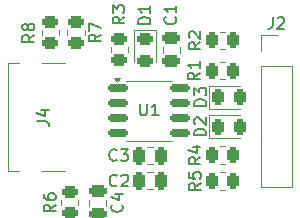
<source format=gto>
G04 #@! TF.GenerationSoftware,KiCad,Pcbnew,8.0.7*
G04 #@! TF.CreationDate,2025-01-24T00:56:05+09:00*
G04 #@! TF.ProjectId,ch340_silial_release,63683334-305f-4736-996c-69616c5f7265,rev?*
G04 #@! TF.SameCoordinates,Original*
G04 #@! TF.FileFunction,Legend,Top*
G04 #@! TF.FilePolarity,Positive*
%FSLAX46Y46*%
G04 Gerber Fmt 4.6, Leading zero omitted, Abs format (unit mm)*
G04 Created by KiCad (PCBNEW 8.0.7) date 2025-01-24 00:56:05*
%MOMM*%
%LPD*%
G01*
G04 APERTURE LIST*
G04 Aperture macros list*
%AMRoundRect*
0 Rectangle with rounded corners*
0 $1 Rounding radius*
0 $2 $3 $4 $5 $6 $7 $8 $9 X,Y pos of 4 corners*
0 Add a 4 corners polygon primitive as box body*
4,1,4,$2,$3,$4,$5,$6,$7,$8,$9,$2,$3,0*
0 Add four circle primitives for the rounded corners*
1,1,$1+$1,$2,$3*
1,1,$1+$1,$4,$5*
1,1,$1+$1,$6,$7*
1,1,$1+$1,$8,$9*
0 Add four rect primitives between the rounded corners*
20,1,$1+$1,$2,$3,$4,$5,0*
20,1,$1+$1,$4,$5,$6,$7,0*
20,1,$1+$1,$6,$7,$8,$9,0*
20,1,$1+$1,$8,$9,$2,$3,0*%
G04 Aperture macros list end*
%ADD10C,0.150000*%
%ADD11C,0.120000*%
%ADD12R,1.240000X0.600000*%
%ADD13R,1.240000X0.300000*%
%ADD14O,2.100000X1.000000*%
%ADD15O,1.800000X1.000000*%
%ADD16R,1.700000X1.700000*%
%ADD17O,1.700000X1.700000*%
%ADD18RoundRect,0.250000X0.262500X0.450000X-0.262500X0.450000X-0.262500X-0.450000X0.262500X-0.450000X0*%
%ADD19RoundRect,0.250000X-0.450000X0.262500X-0.450000X-0.262500X0.450000X-0.262500X0.450000X0.262500X0*%
%ADD20RoundRect,0.250000X0.450000X-0.262500X0.450000X0.262500X-0.450000X0.262500X-0.450000X-0.262500X0*%
%ADD21RoundRect,0.150000X-0.675000X-0.150000X0.675000X-0.150000X0.675000X0.150000X-0.675000X0.150000X0*%
%ADD22RoundRect,0.243750X-0.456250X0.243750X-0.456250X-0.243750X0.456250X-0.243750X0.456250X0.243750X0*%
%ADD23RoundRect,0.250000X-0.475000X0.250000X-0.475000X-0.250000X0.475000X-0.250000X0.475000X0.250000X0*%
%ADD24RoundRect,0.250000X0.475000X-0.250000X0.475000X0.250000X-0.475000X0.250000X-0.475000X-0.250000X0*%
%ADD25RoundRect,0.250000X-0.250000X-0.475000X0.250000X-0.475000X0.250000X0.475000X-0.250000X0.475000X0*%
%ADD26RoundRect,0.243750X-0.243750X-0.456250X0.243750X-0.456250X0.243750X0.456250X-0.243750X0.456250X0*%
G04 APERTURE END LIST*
D10*
X104354819Y-60343333D02*
X105069104Y-60343333D01*
X105069104Y-60343333D02*
X105211961Y-60390952D01*
X105211961Y-60390952D02*
X105307200Y-60486190D01*
X105307200Y-60486190D02*
X105354819Y-60629047D01*
X105354819Y-60629047D02*
X105354819Y-60724285D01*
X104688152Y-59438571D02*
X105354819Y-59438571D01*
X104307200Y-59676666D02*
X105021485Y-59914761D01*
X105021485Y-59914761D02*
X105021485Y-59295714D01*
X124316666Y-51534819D02*
X124316666Y-52249104D01*
X124316666Y-52249104D02*
X124269047Y-52391961D01*
X124269047Y-52391961D02*
X124173809Y-52487200D01*
X124173809Y-52487200D02*
X124030952Y-52534819D01*
X124030952Y-52534819D02*
X123935714Y-52534819D01*
X124745238Y-51630057D02*
X124792857Y-51582438D01*
X124792857Y-51582438D02*
X124888095Y-51534819D01*
X124888095Y-51534819D02*
X125126190Y-51534819D01*
X125126190Y-51534819D02*
X125221428Y-51582438D01*
X125221428Y-51582438D02*
X125269047Y-51630057D01*
X125269047Y-51630057D02*
X125316666Y-51725295D01*
X125316666Y-51725295D02*
X125316666Y-51820533D01*
X125316666Y-51820533D02*
X125269047Y-51963390D01*
X125269047Y-51963390D02*
X124697619Y-52534819D01*
X124697619Y-52534819D02*
X125316666Y-52534819D01*
X118204819Y-63391666D02*
X117728628Y-63724999D01*
X118204819Y-63963094D02*
X117204819Y-63963094D01*
X117204819Y-63963094D02*
X117204819Y-63582142D01*
X117204819Y-63582142D02*
X117252438Y-63486904D01*
X117252438Y-63486904D02*
X117300057Y-63439285D01*
X117300057Y-63439285D02*
X117395295Y-63391666D01*
X117395295Y-63391666D02*
X117538152Y-63391666D01*
X117538152Y-63391666D02*
X117633390Y-63439285D01*
X117633390Y-63439285D02*
X117681009Y-63486904D01*
X117681009Y-63486904D02*
X117728628Y-63582142D01*
X117728628Y-63582142D02*
X117728628Y-63963094D01*
X117538152Y-62534523D02*
X118204819Y-62534523D01*
X117157200Y-62772618D02*
X117871485Y-63010713D01*
X117871485Y-63010713D02*
X117871485Y-62391666D01*
X111759819Y-51511666D02*
X111283628Y-51844999D01*
X111759819Y-52083094D02*
X110759819Y-52083094D01*
X110759819Y-52083094D02*
X110759819Y-51702142D01*
X110759819Y-51702142D02*
X110807438Y-51606904D01*
X110807438Y-51606904D02*
X110855057Y-51559285D01*
X110855057Y-51559285D02*
X110950295Y-51511666D01*
X110950295Y-51511666D02*
X111093152Y-51511666D01*
X111093152Y-51511666D02*
X111188390Y-51559285D01*
X111188390Y-51559285D02*
X111236009Y-51606904D01*
X111236009Y-51606904D02*
X111283628Y-51702142D01*
X111283628Y-51702142D02*
X111283628Y-52083094D01*
X110759819Y-51178332D02*
X110759819Y-50559285D01*
X110759819Y-50559285D02*
X111140771Y-50892618D01*
X111140771Y-50892618D02*
X111140771Y-50749761D01*
X111140771Y-50749761D02*
X111188390Y-50654523D01*
X111188390Y-50654523D02*
X111236009Y-50606904D01*
X111236009Y-50606904D02*
X111331247Y-50559285D01*
X111331247Y-50559285D02*
X111569342Y-50559285D01*
X111569342Y-50559285D02*
X111664580Y-50606904D01*
X111664580Y-50606904D02*
X111712200Y-50654523D01*
X111712200Y-50654523D02*
X111759819Y-50749761D01*
X111759819Y-50749761D02*
X111759819Y-51035475D01*
X111759819Y-51035475D02*
X111712200Y-51130713D01*
X111712200Y-51130713D02*
X111664580Y-51178332D01*
X104129819Y-53041666D02*
X103653628Y-53374999D01*
X104129819Y-53613094D02*
X103129819Y-53613094D01*
X103129819Y-53613094D02*
X103129819Y-53232142D01*
X103129819Y-53232142D02*
X103177438Y-53136904D01*
X103177438Y-53136904D02*
X103225057Y-53089285D01*
X103225057Y-53089285D02*
X103320295Y-53041666D01*
X103320295Y-53041666D02*
X103463152Y-53041666D01*
X103463152Y-53041666D02*
X103558390Y-53089285D01*
X103558390Y-53089285D02*
X103606009Y-53136904D01*
X103606009Y-53136904D02*
X103653628Y-53232142D01*
X103653628Y-53232142D02*
X103653628Y-53613094D01*
X103558390Y-52470237D02*
X103510771Y-52565475D01*
X103510771Y-52565475D02*
X103463152Y-52613094D01*
X103463152Y-52613094D02*
X103367914Y-52660713D01*
X103367914Y-52660713D02*
X103320295Y-52660713D01*
X103320295Y-52660713D02*
X103225057Y-52613094D01*
X103225057Y-52613094D02*
X103177438Y-52565475D01*
X103177438Y-52565475D02*
X103129819Y-52470237D01*
X103129819Y-52470237D02*
X103129819Y-52279761D01*
X103129819Y-52279761D02*
X103177438Y-52184523D01*
X103177438Y-52184523D02*
X103225057Y-52136904D01*
X103225057Y-52136904D02*
X103320295Y-52089285D01*
X103320295Y-52089285D02*
X103367914Y-52089285D01*
X103367914Y-52089285D02*
X103463152Y-52136904D01*
X103463152Y-52136904D02*
X103510771Y-52184523D01*
X103510771Y-52184523D02*
X103558390Y-52279761D01*
X103558390Y-52279761D02*
X103558390Y-52470237D01*
X103558390Y-52470237D02*
X103606009Y-52565475D01*
X103606009Y-52565475D02*
X103653628Y-52613094D01*
X103653628Y-52613094D02*
X103748866Y-52660713D01*
X103748866Y-52660713D02*
X103939342Y-52660713D01*
X103939342Y-52660713D02*
X104034580Y-52613094D01*
X104034580Y-52613094D02*
X104082200Y-52565475D01*
X104082200Y-52565475D02*
X104129819Y-52470237D01*
X104129819Y-52470237D02*
X104129819Y-52279761D01*
X104129819Y-52279761D02*
X104082200Y-52184523D01*
X104082200Y-52184523D02*
X104034580Y-52136904D01*
X104034580Y-52136904D02*
X103939342Y-52089285D01*
X103939342Y-52089285D02*
X103748866Y-52089285D01*
X103748866Y-52089285D02*
X103653628Y-52136904D01*
X103653628Y-52136904D02*
X103606009Y-52184523D01*
X103606009Y-52184523D02*
X103558390Y-52279761D01*
X105929819Y-67416666D02*
X105453628Y-67749999D01*
X105929819Y-67988094D02*
X104929819Y-67988094D01*
X104929819Y-67988094D02*
X104929819Y-67607142D01*
X104929819Y-67607142D02*
X104977438Y-67511904D01*
X104977438Y-67511904D02*
X105025057Y-67464285D01*
X105025057Y-67464285D02*
X105120295Y-67416666D01*
X105120295Y-67416666D02*
X105263152Y-67416666D01*
X105263152Y-67416666D02*
X105358390Y-67464285D01*
X105358390Y-67464285D02*
X105406009Y-67511904D01*
X105406009Y-67511904D02*
X105453628Y-67607142D01*
X105453628Y-67607142D02*
X105453628Y-67988094D01*
X104929819Y-66559523D02*
X104929819Y-66749999D01*
X104929819Y-66749999D02*
X104977438Y-66845237D01*
X104977438Y-66845237D02*
X105025057Y-66892856D01*
X105025057Y-66892856D02*
X105167914Y-66988094D01*
X105167914Y-66988094D02*
X105358390Y-67035713D01*
X105358390Y-67035713D02*
X105739342Y-67035713D01*
X105739342Y-67035713D02*
X105834580Y-66988094D01*
X105834580Y-66988094D02*
X105882200Y-66940475D01*
X105882200Y-66940475D02*
X105929819Y-66845237D01*
X105929819Y-66845237D02*
X105929819Y-66654761D01*
X105929819Y-66654761D02*
X105882200Y-66559523D01*
X105882200Y-66559523D02*
X105834580Y-66511904D01*
X105834580Y-66511904D02*
X105739342Y-66464285D01*
X105739342Y-66464285D02*
X105501247Y-66464285D01*
X105501247Y-66464285D02*
X105406009Y-66511904D01*
X105406009Y-66511904D02*
X105358390Y-66559523D01*
X105358390Y-66559523D02*
X105310771Y-66654761D01*
X105310771Y-66654761D02*
X105310771Y-66845237D01*
X105310771Y-66845237D02*
X105358390Y-66940475D01*
X105358390Y-66940475D02*
X105406009Y-66988094D01*
X105406009Y-66988094D02*
X105501247Y-67035713D01*
X113088095Y-58864819D02*
X113088095Y-59674342D01*
X113088095Y-59674342D02*
X113135714Y-59769580D01*
X113135714Y-59769580D02*
X113183333Y-59817200D01*
X113183333Y-59817200D02*
X113278571Y-59864819D01*
X113278571Y-59864819D02*
X113469047Y-59864819D01*
X113469047Y-59864819D02*
X113564285Y-59817200D01*
X113564285Y-59817200D02*
X113611904Y-59769580D01*
X113611904Y-59769580D02*
X113659523Y-59674342D01*
X113659523Y-59674342D02*
X113659523Y-58864819D01*
X114659523Y-59864819D02*
X114088095Y-59864819D01*
X114373809Y-59864819D02*
X114373809Y-58864819D01*
X114373809Y-58864819D02*
X114278571Y-59007676D01*
X114278571Y-59007676D02*
X114183333Y-59102914D01*
X114183333Y-59102914D02*
X114088095Y-59150533D01*
X113954819Y-52125594D02*
X112954819Y-52125594D01*
X112954819Y-52125594D02*
X112954819Y-51887499D01*
X112954819Y-51887499D02*
X113002438Y-51744642D01*
X113002438Y-51744642D02*
X113097676Y-51649404D01*
X113097676Y-51649404D02*
X113192914Y-51601785D01*
X113192914Y-51601785D02*
X113383390Y-51554166D01*
X113383390Y-51554166D02*
X113526247Y-51554166D01*
X113526247Y-51554166D02*
X113716723Y-51601785D01*
X113716723Y-51601785D02*
X113811961Y-51649404D01*
X113811961Y-51649404D02*
X113907200Y-51744642D01*
X113907200Y-51744642D02*
X113954819Y-51887499D01*
X113954819Y-51887499D02*
X113954819Y-52125594D01*
X113954819Y-50601785D02*
X113954819Y-51173213D01*
X113954819Y-50887499D02*
X112954819Y-50887499D01*
X112954819Y-50887499D02*
X113097676Y-50982737D01*
X113097676Y-50982737D02*
X113192914Y-51077975D01*
X113192914Y-51077975D02*
X113240533Y-51173213D01*
X111539580Y-67416666D02*
X111587200Y-67464285D01*
X111587200Y-67464285D02*
X111634819Y-67607142D01*
X111634819Y-67607142D02*
X111634819Y-67702380D01*
X111634819Y-67702380D02*
X111587200Y-67845237D01*
X111587200Y-67845237D02*
X111491961Y-67940475D01*
X111491961Y-67940475D02*
X111396723Y-67988094D01*
X111396723Y-67988094D02*
X111206247Y-68035713D01*
X111206247Y-68035713D02*
X111063390Y-68035713D01*
X111063390Y-68035713D02*
X110872914Y-67988094D01*
X110872914Y-67988094D02*
X110777676Y-67940475D01*
X110777676Y-67940475D02*
X110682438Y-67845237D01*
X110682438Y-67845237D02*
X110634819Y-67702380D01*
X110634819Y-67702380D02*
X110634819Y-67607142D01*
X110634819Y-67607142D02*
X110682438Y-67464285D01*
X110682438Y-67464285D02*
X110730057Y-67416666D01*
X110968152Y-66559523D02*
X111634819Y-66559523D01*
X110587200Y-66797618D02*
X111301485Y-67035713D01*
X111301485Y-67035713D02*
X111301485Y-66416666D01*
X118129819Y-56241666D02*
X117653628Y-56574999D01*
X118129819Y-56813094D02*
X117129819Y-56813094D01*
X117129819Y-56813094D02*
X117129819Y-56432142D01*
X117129819Y-56432142D02*
X117177438Y-56336904D01*
X117177438Y-56336904D02*
X117225057Y-56289285D01*
X117225057Y-56289285D02*
X117320295Y-56241666D01*
X117320295Y-56241666D02*
X117463152Y-56241666D01*
X117463152Y-56241666D02*
X117558390Y-56289285D01*
X117558390Y-56289285D02*
X117606009Y-56336904D01*
X117606009Y-56336904D02*
X117653628Y-56432142D01*
X117653628Y-56432142D02*
X117653628Y-56813094D01*
X118129819Y-55289285D02*
X118129819Y-55860713D01*
X118129819Y-55574999D02*
X117129819Y-55574999D01*
X117129819Y-55574999D02*
X117272676Y-55670237D01*
X117272676Y-55670237D02*
X117367914Y-55765475D01*
X117367914Y-55765475D02*
X117415533Y-55860713D01*
X116059580Y-51516666D02*
X116107200Y-51564285D01*
X116107200Y-51564285D02*
X116154819Y-51707142D01*
X116154819Y-51707142D02*
X116154819Y-51802380D01*
X116154819Y-51802380D02*
X116107200Y-51945237D01*
X116107200Y-51945237D02*
X116011961Y-52040475D01*
X116011961Y-52040475D02*
X115916723Y-52088094D01*
X115916723Y-52088094D02*
X115726247Y-52135713D01*
X115726247Y-52135713D02*
X115583390Y-52135713D01*
X115583390Y-52135713D02*
X115392914Y-52088094D01*
X115392914Y-52088094D02*
X115297676Y-52040475D01*
X115297676Y-52040475D02*
X115202438Y-51945237D01*
X115202438Y-51945237D02*
X115154819Y-51802380D01*
X115154819Y-51802380D02*
X115154819Y-51707142D01*
X115154819Y-51707142D02*
X115202438Y-51564285D01*
X115202438Y-51564285D02*
X115250057Y-51516666D01*
X116154819Y-50564285D02*
X116154819Y-51135713D01*
X116154819Y-50849999D02*
X115154819Y-50849999D01*
X115154819Y-50849999D02*
X115297676Y-50945237D01*
X115297676Y-50945237D02*
X115392914Y-51040475D01*
X115392914Y-51040475D02*
X115440533Y-51135713D01*
X118229819Y-65591666D02*
X117753628Y-65924999D01*
X118229819Y-66163094D02*
X117229819Y-66163094D01*
X117229819Y-66163094D02*
X117229819Y-65782142D01*
X117229819Y-65782142D02*
X117277438Y-65686904D01*
X117277438Y-65686904D02*
X117325057Y-65639285D01*
X117325057Y-65639285D02*
X117420295Y-65591666D01*
X117420295Y-65591666D02*
X117563152Y-65591666D01*
X117563152Y-65591666D02*
X117658390Y-65639285D01*
X117658390Y-65639285D02*
X117706009Y-65686904D01*
X117706009Y-65686904D02*
X117753628Y-65782142D01*
X117753628Y-65782142D02*
X117753628Y-66163094D01*
X117229819Y-64686904D02*
X117229819Y-65163094D01*
X117229819Y-65163094D02*
X117706009Y-65210713D01*
X117706009Y-65210713D02*
X117658390Y-65163094D01*
X117658390Y-65163094D02*
X117610771Y-65067856D01*
X117610771Y-65067856D02*
X117610771Y-64829761D01*
X117610771Y-64829761D02*
X117658390Y-64734523D01*
X117658390Y-64734523D02*
X117706009Y-64686904D01*
X117706009Y-64686904D02*
X117801247Y-64639285D01*
X117801247Y-64639285D02*
X118039342Y-64639285D01*
X118039342Y-64639285D02*
X118134580Y-64686904D01*
X118134580Y-64686904D02*
X118182200Y-64734523D01*
X118182200Y-64734523D02*
X118229819Y-64829761D01*
X118229819Y-64829761D02*
X118229819Y-65067856D01*
X118229819Y-65067856D02*
X118182200Y-65163094D01*
X118182200Y-65163094D02*
X118134580Y-65210713D01*
X111133333Y-65779580D02*
X111085714Y-65827200D01*
X111085714Y-65827200D02*
X110942857Y-65874819D01*
X110942857Y-65874819D02*
X110847619Y-65874819D01*
X110847619Y-65874819D02*
X110704762Y-65827200D01*
X110704762Y-65827200D02*
X110609524Y-65731961D01*
X110609524Y-65731961D02*
X110561905Y-65636723D01*
X110561905Y-65636723D02*
X110514286Y-65446247D01*
X110514286Y-65446247D02*
X110514286Y-65303390D01*
X110514286Y-65303390D02*
X110561905Y-65112914D01*
X110561905Y-65112914D02*
X110609524Y-65017676D01*
X110609524Y-65017676D02*
X110704762Y-64922438D01*
X110704762Y-64922438D02*
X110847619Y-64874819D01*
X110847619Y-64874819D02*
X110942857Y-64874819D01*
X110942857Y-64874819D02*
X111085714Y-64922438D01*
X111085714Y-64922438D02*
X111133333Y-64970057D01*
X111514286Y-64970057D02*
X111561905Y-64922438D01*
X111561905Y-64922438D02*
X111657143Y-64874819D01*
X111657143Y-64874819D02*
X111895238Y-64874819D01*
X111895238Y-64874819D02*
X111990476Y-64922438D01*
X111990476Y-64922438D02*
X112038095Y-64970057D01*
X112038095Y-64970057D02*
X112085714Y-65065295D01*
X112085714Y-65065295D02*
X112085714Y-65160533D01*
X112085714Y-65160533D02*
X112038095Y-65303390D01*
X112038095Y-65303390D02*
X111466667Y-65874819D01*
X111466667Y-65874819D02*
X112085714Y-65874819D01*
X118679819Y-59063094D02*
X117679819Y-59063094D01*
X117679819Y-59063094D02*
X117679819Y-58824999D01*
X117679819Y-58824999D02*
X117727438Y-58682142D01*
X117727438Y-58682142D02*
X117822676Y-58586904D01*
X117822676Y-58586904D02*
X117917914Y-58539285D01*
X117917914Y-58539285D02*
X118108390Y-58491666D01*
X118108390Y-58491666D02*
X118251247Y-58491666D01*
X118251247Y-58491666D02*
X118441723Y-58539285D01*
X118441723Y-58539285D02*
X118536961Y-58586904D01*
X118536961Y-58586904D02*
X118632200Y-58682142D01*
X118632200Y-58682142D02*
X118679819Y-58824999D01*
X118679819Y-58824999D02*
X118679819Y-59063094D01*
X117679819Y-58158332D02*
X117679819Y-57539285D01*
X117679819Y-57539285D02*
X118060771Y-57872618D01*
X118060771Y-57872618D02*
X118060771Y-57729761D01*
X118060771Y-57729761D02*
X118108390Y-57634523D01*
X118108390Y-57634523D02*
X118156009Y-57586904D01*
X118156009Y-57586904D02*
X118251247Y-57539285D01*
X118251247Y-57539285D02*
X118489342Y-57539285D01*
X118489342Y-57539285D02*
X118584580Y-57586904D01*
X118584580Y-57586904D02*
X118632200Y-57634523D01*
X118632200Y-57634523D02*
X118679819Y-57729761D01*
X118679819Y-57729761D02*
X118679819Y-58015475D01*
X118679819Y-58015475D02*
X118632200Y-58110713D01*
X118632200Y-58110713D02*
X118584580Y-58158332D01*
X109754819Y-53016666D02*
X109278628Y-53349999D01*
X109754819Y-53588094D02*
X108754819Y-53588094D01*
X108754819Y-53588094D02*
X108754819Y-53207142D01*
X108754819Y-53207142D02*
X108802438Y-53111904D01*
X108802438Y-53111904D02*
X108850057Y-53064285D01*
X108850057Y-53064285D02*
X108945295Y-53016666D01*
X108945295Y-53016666D02*
X109088152Y-53016666D01*
X109088152Y-53016666D02*
X109183390Y-53064285D01*
X109183390Y-53064285D02*
X109231009Y-53111904D01*
X109231009Y-53111904D02*
X109278628Y-53207142D01*
X109278628Y-53207142D02*
X109278628Y-53588094D01*
X108754819Y-52683332D02*
X108754819Y-52016666D01*
X108754819Y-52016666D02*
X109754819Y-52445237D01*
X111108333Y-63634580D02*
X111060714Y-63682200D01*
X111060714Y-63682200D02*
X110917857Y-63729819D01*
X110917857Y-63729819D02*
X110822619Y-63729819D01*
X110822619Y-63729819D02*
X110679762Y-63682200D01*
X110679762Y-63682200D02*
X110584524Y-63586961D01*
X110584524Y-63586961D02*
X110536905Y-63491723D01*
X110536905Y-63491723D02*
X110489286Y-63301247D01*
X110489286Y-63301247D02*
X110489286Y-63158390D01*
X110489286Y-63158390D02*
X110536905Y-62967914D01*
X110536905Y-62967914D02*
X110584524Y-62872676D01*
X110584524Y-62872676D02*
X110679762Y-62777438D01*
X110679762Y-62777438D02*
X110822619Y-62729819D01*
X110822619Y-62729819D02*
X110917857Y-62729819D01*
X110917857Y-62729819D02*
X111060714Y-62777438D01*
X111060714Y-62777438D02*
X111108333Y-62825057D01*
X111441667Y-62729819D02*
X112060714Y-62729819D01*
X112060714Y-62729819D02*
X111727381Y-63110771D01*
X111727381Y-63110771D02*
X111870238Y-63110771D01*
X111870238Y-63110771D02*
X111965476Y-63158390D01*
X111965476Y-63158390D02*
X112013095Y-63206009D01*
X112013095Y-63206009D02*
X112060714Y-63301247D01*
X112060714Y-63301247D02*
X112060714Y-63539342D01*
X112060714Y-63539342D02*
X112013095Y-63634580D01*
X112013095Y-63634580D02*
X111965476Y-63682200D01*
X111965476Y-63682200D02*
X111870238Y-63729819D01*
X111870238Y-63729819D02*
X111584524Y-63729819D01*
X111584524Y-63729819D02*
X111489286Y-63682200D01*
X111489286Y-63682200D02*
X111441667Y-63634580D01*
X118204819Y-53691666D02*
X117728628Y-54024999D01*
X118204819Y-54263094D02*
X117204819Y-54263094D01*
X117204819Y-54263094D02*
X117204819Y-53882142D01*
X117204819Y-53882142D02*
X117252438Y-53786904D01*
X117252438Y-53786904D02*
X117300057Y-53739285D01*
X117300057Y-53739285D02*
X117395295Y-53691666D01*
X117395295Y-53691666D02*
X117538152Y-53691666D01*
X117538152Y-53691666D02*
X117633390Y-53739285D01*
X117633390Y-53739285D02*
X117681009Y-53786904D01*
X117681009Y-53786904D02*
X117728628Y-53882142D01*
X117728628Y-53882142D02*
X117728628Y-54263094D01*
X117300057Y-53310713D02*
X117252438Y-53263094D01*
X117252438Y-53263094D02*
X117204819Y-53167856D01*
X117204819Y-53167856D02*
X117204819Y-52929761D01*
X117204819Y-52929761D02*
X117252438Y-52834523D01*
X117252438Y-52834523D02*
X117300057Y-52786904D01*
X117300057Y-52786904D02*
X117395295Y-52739285D01*
X117395295Y-52739285D02*
X117490533Y-52739285D01*
X117490533Y-52739285D02*
X117633390Y-52786904D01*
X117633390Y-52786904D02*
X118204819Y-53358332D01*
X118204819Y-53358332D02*
X118204819Y-52739285D01*
X118679819Y-61563094D02*
X117679819Y-61563094D01*
X117679819Y-61563094D02*
X117679819Y-61324999D01*
X117679819Y-61324999D02*
X117727438Y-61182142D01*
X117727438Y-61182142D02*
X117822676Y-61086904D01*
X117822676Y-61086904D02*
X117917914Y-61039285D01*
X117917914Y-61039285D02*
X118108390Y-60991666D01*
X118108390Y-60991666D02*
X118251247Y-60991666D01*
X118251247Y-60991666D02*
X118441723Y-61039285D01*
X118441723Y-61039285D02*
X118536961Y-61086904D01*
X118536961Y-61086904D02*
X118632200Y-61182142D01*
X118632200Y-61182142D02*
X118679819Y-61324999D01*
X118679819Y-61324999D02*
X118679819Y-61563094D01*
X117775057Y-60610713D02*
X117727438Y-60563094D01*
X117727438Y-60563094D02*
X117679819Y-60467856D01*
X117679819Y-60467856D02*
X117679819Y-60229761D01*
X117679819Y-60229761D02*
X117727438Y-60134523D01*
X117727438Y-60134523D02*
X117775057Y-60086904D01*
X117775057Y-60086904D02*
X117870295Y-60039285D01*
X117870295Y-60039285D02*
X117965533Y-60039285D01*
X117965533Y-60039285D02*
X118108390Y-60086904D01*
X118108390Y-60086904D02*
X118679819Y-60658332D01*
X118679819Y-60658332D02*
X118679819Y-60039285D01*
D11*
X101895000Y-55430000D02*
X102815000Y-55430000D01*
X101895000Y-64590000D02*
X101895000Y-55430000D01*
X102815000Y-64590000D02*
X101895000Y-64590000D01*
X104825000Y-64590000D02*
X106745000Y-64590000D01*
X106745000Y-55430000D02*
X104825000Y-55430000D01*
X123320000Y-53080000D02*
X124650000Y-53080000D01*
X123320000Y-54410000D02*
X123320000Y-53080000D01*
X123320000Y-55680000D02*
X123320000Y-65900000D01*
X123320000Y-55680000D02*
X125980000Y-55680000D01*
X123320000Y-65900000D02*
X125980000Y-65900000D01*
X125980000Y-55680000D02*
X125980000Y-65900000D01*
X120302064Y-62490000D02*
X119847936Y-62490000D01*
X120302064Y-63960000D02*
X119847936Y-63960000D01*
X110590000Y-54047936D02*
X110590000Y-54502064D01*
X112060000Y-54047936D02*
X112060000Y-54502064D01*
X104765000Y-52622936D02*
X104765000Y-53077064D01*
X106235000Y-52622936D02*
X106235000Y-53077064D01*
X106390000Y-67477064D02*
X106390000Y-67022936D01*
X107860000Y-67477064D02*
X107860000Y-67022936D01*
X113850000Y-56915000D02*
X111900000Y-56915000D01*
X113850000Y-56915000D02*
X115800000Y-56915000D01*
X113850000Y-62035000D02*
X111900000Y-62035000D01*
X113850000Y-62035000D02*
X115800000Y-62035000D01*
X111150000Y-57010000D02*
X110910000Y-56680000D01*
X111390000Y-56680000D01*
X111150000Y-57010000D01*
G36*
X111150000Y-57010000D02*
G01*
X110910000Y-56680000D01*
X111390000Y-56680000D01*
X111150000Y-57010000D01*
G37*
X112540000Y-52640000D02*
X112540000Y-55325000D01*
X114460000Y-52640000D02*
X112540000Y-52640000D01*
X114460000Y-55325000D02*
X114460000Y-52640000D01*
X108765000Y-66988748D02*
X108765000Y-67511252D01*
X110235000Y-66988748D02*
X110235000Y-67511252D01*
X120282064Y-55340000D02*
X119827936Y-55340000D01*
X120282064Y-56810000D02*
X119827936Y-56810000D01*
X114990000Y-54561252D02*
X114990000Y-54038748D01*
X116460000Y-54561252D02*
X116460000Y-54038748D01*
X120302064Y-64690000D02*
X119847936Y-64690000D01*
X120302064Y-66160000D02*
X119847936Y-66160000D01*
X113663748Y-64660000D02*
X114186252Y-64660000D01*
X113663748Y-66130000D02*
X114186252Y-66130000D01*
X118902500Y-57365000D02*
X118902500Y-59285000D01*
X118902500Y-59285000D02*
X121587500Y-59285000D01*
X121587500Y-57365000D02*
X118902500Y-57365000D01*
X106915000Y-52622936D02*
X106915000Y-53077064D01*
X108385000Y-52622936D02*
X108385000Y-53077064D01*
X113663748Y-62540000D02*
X114186252Y-62540000D01*
X113663748Y-64010000D02*
X114186252Y-64010000D01*
X120282064Y-52788332D02*
X119827936Y-52788332D01*
X120282064Y-54258332D02*
X119827936Y-54258332D01*
X118902500Y-59865000D02*
X118902500Y-61785000D01*
X118902500Y-61785000D02*
X121587500Y-61785000D01*
X121587500Y-59865000D02*
X118902500Y-59865000D01*
%LPC*%
D12*
X108620000Y-56810000D03*
X108620000Y-57610000D03*
D13*
X108620000Y-58760000D03*
X108620000Y-59760000D03*
X108620000Y-60260000D03*
X108620000Y-61260000D03*
D12*
X108620000Y-62410000D03*
X108620000Y-63210000D03*
X108620000Y-63210000D03*
X108620000Y-62410000D03*
D13*
X108620000Y-61760000D03*
X108620000Y-60760000D03*
X108620000Y-59260000D03*
X108620000Y-58260000D03*
D12*
X108620000Y-57610000D03*
X108620000Y-56810000D03*
D14*
X108020000Y-55690000D03*
D15*
X103820000Y-55690000D03*
D14*
X108020000Y-64330000D03*
D15*
X103820000Y-64330000D03*
D16*
X124650000Y-54410000D03*
D17*
X124650000Y-56950000D03*
X124650000Y-59490000D03*
X124650000Y-62030000D03*
X124650000Y-64570000D03*
D18*
X120987500Y-63225000D03*
X119162500Y-63225000D03*
D19*
X111325000Y-53362500D03*
X111325000Y-55187500D03*
X105500000Y-51937500D03*
X105500000Y-53762500D03*
D20*
X107125000Y-68162500D03*
X107125000Y-66337500D03*
D21*
X111225000Y-57570000D03*
X111225000Y-58840000D03*
X111225000Y-60110000D03*
X111225000Y-61380000D03*
X116475000Y-61380000D03*
X116475000Y-60110000D03*
X116475000Y-58840000D03*
X116475000Y-57570000D03*
D22*
X113500000Y-53387500D03*
X113500000Y-55262500D03*
D23*
X109500000Y-66300000D03*
X109500000Y-68200000D03*
D18*
X120967500Y-56075000D03*
X119142500Y-56075000D03*
D24*
X115725000Y-55250000D03*
X115725000Y-53350000D03*
D18*
X120987500Y-65425000D03*
X119162500Y-65425000D03*
D25*
X112975000Y-65395000D03*
X114875000Y-65395000D03*
D26*
X119650000Y-58325000D03*
X121525000Y-58325000D03*
D19*
X107650000Y-51937500D03*
X107650000Y-53762500D03*
D25*
X112975000Y-63275000D03*
X114875000Y-63275000D03*
D18*
X120967500Y-53523332D03*
X119142500Y-53523332D03*
D26*
X119650000Y-60825000D03*
X121525000Y-60825000D03*
%LPD*%
M02*

</source>
